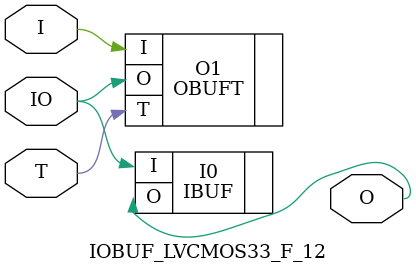
<source format=v>


`timescale  1 ps / 1 ps


module IOBUF_LVCMOS33_F_12 (O, IO, I, T);

    output O;

    inout  IO;

    input  I, T;

        OBUFT #(.IOSTANDARD("LVCMOS33"), .SLEW("FAST"), .DRIVE(12)) O1 (.O(IO), .I(I), .T(T)); 
	IBUF #(.IOSTANDARD("LVCMOS33"))  I0 (.O(O), .I(IO));
        

endmodule



</source>
